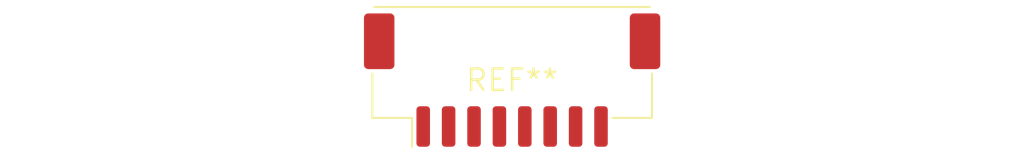
<source format=kicad_pcb>
(kicad_pcb (version 20240108) (generator pcbnew)
  (layers (0 "F.Cu" signal) (31 "B.Cu" signal) (34 "B.Paste" user) (35 "F.Paste" user) (36 "B.SilkS" user "B.Silkscreen") (37 "F.SilkS" user "F.Silkscreen") (38 "B.Mask" user) (39 "F.Mask" user) (44 "Edge.Cuts" user))
  (net 0 "")
  (footprint "Molex_CLIK-Mate_505405-0870_1x08-1MP_P1.50mm_Vertical" (layer "F.Cu") (at 0 0)
    (property "Reference" "REF**")
    (property "Value" "Molex_CLIK-Mate_505405-0870_1x08-1MP_P1.50mm_Vertical")
    (fp_line (start -8.26 -0.39) (end -8.26 2.24) (layer "F.SilkS") (stroke (width 0.12)))
    (fp_line (start -8.26 2.24) (end -5.91 2.24) (layer "F.SilkS") (stroke (width 0.12)))
    (fp_line (start -8.15 -4.33) (end 8.15 -4.33) (layer "F.SilkS") (stroke (width 0.12)))
    (fp_line (start -5.91 2.24) (end -5.91 3.95) (layer "F.SilkS") (stroke (width 0.12)))
    (fp_line (start 8.26 -0.39) (end 8.26 2.24) (layer "F.SilkS") (stroke (width 0.12)))
    (fp_line (start 8.26 2.24) (end 5.91 2.24) (layer "F.SilkS") (stroke (width 0.12)))
    (pad "1" smd roundrect (at -5.25 2.75) (size 0.8 2.4) (layers "F.Cu" "F.Paste" "F.Mask"))
    (pad "2" smd roundrect (at -3.75 2.75) (size 0.8 2.4) (layers "F.Cu" "F.Paste" "F.Mask"))
    (pad "3" smd roundrect (at -2.25 2.75) (size 0.8 2.4) (layers "F.Cu" "F.Paste" "F.Mask"))
    (pad "4" smd roundrect (at -0.75 2.75) (size 0.8 2.4) (layers "F.Cu" "F.Paste" "F.Mask"))
    (pad "5" smd roundrect (at 0.75 2.75) (size 0.8 2.4) (layers "F.Cu" "F.Paste" "F.Mask"))
    (pad "6" smd roundrect (at 2.25 2.75) (size 0.8 2.4) (layers "F.Cu" "F.Paste" "F.Mask"))
    (pad "7" smd roundrect (at 3.75 2.75) (size 0.8 2.4) (layers "F.Cu" "F.Paste" "F.Mask"))
    (pad "8" smd roundrect (at 5.25 2.75) (size 0.8 2.4) (layers "F.Cu" "F.Paste" "F.Mask"))
    (pad "MP" smd roundrect (at -7.85 -2.3) (size 1.8 3.3) (layers "F.Cu" "F.Paste" "F.Mask") (roundrect_rratio 0.138889))
    (pad "MP" smd roundrect (at 7.85 -2.3) (size 1.8 3.3) (layers "F.Cu" "F.Paste" "F.Mask") (roundrect_rratio 0.138889))
  )
)
</source>
